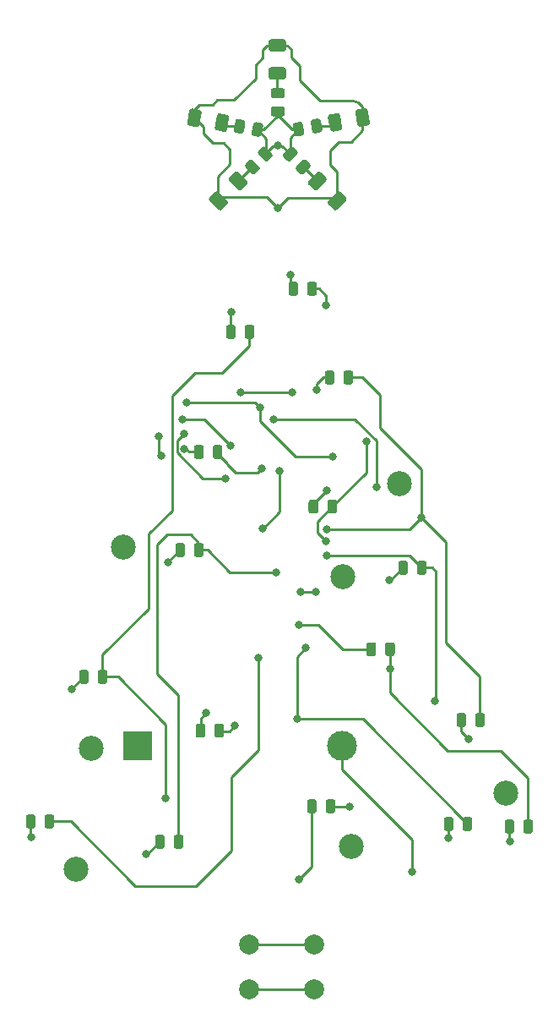
<source format=gbr>
%TF.GenerationSoftware,KiCad,Pcbnew,(5.1.10-1-10_14)*%
%TF.CreationDate,2021-11-29T00:45:18-05:00*%
%TF.ProjectId,christmas-ornament-pcb,63687269-7374-46d6-9173-2d6f726e616d,rev?*%
%TF.SameCoordinates,Original*%
%TF.FileFunction,Copper,L1,Top*%
%TF.FilePolarity,Positive*%
%FSLAX46Y46*%
G04 Gerber Fmt 4.6, Leading zero omitted, Abs format (unit mm)*
G04 Created by KiCad (PCBNEW (5.1.10-1-10_14)) date 2021-11-29 00:45:18*
%MOMM*%
%LPD*%
G01*
G04 APERTURE LIST*
%TA.AperFunction,ComponentPad*%
%ADD10R,3.000000X3.000000*%
%TD*%
%TA.AperFunction,ComponentPad*%
%ADD11C,3.000000*%
%TD*%
%TA.AperFunction,SMDPad,CuDef*%
%ADD12C,2.500000*%
%TD*%
%TA.AperFunction,ComponentPad*%
%ADD13C,2.000000*%
%TD*%
%TA.AperFunction,ViaPad*%
%ADD14C,0.800000*%
%TD*%
%TA.AperFunction,Conductor*%
%ADD15C,0.250000*%
%TD*%
G04 APERTURE END LIST*
D10*
%TO.P,BT1,1*%
%TO.N,VCC*%
X135790000Y-108500000D03*
D11*
%TO.P,BT1,2*%
%TO.N,GND*%
X156280000Y-108500000D03*
%TD*%
%TO.P,R27,2*%
%TO.N,GND*%
%TA.AperFunction,SMDPad,CuDef*%
G36*
G01*
X152327935Y-46236295D02*
X152484219Y-47122624D01*
G75*
G02*
X152281430Y-47412237I-246201J-43412D01*
G01*
X151764404Y-47503402D01*
G75*
G02*
X151474791Y-47300613I-43412J246201D01*
G01*
X151318507Y-46414284D01*
G75*
G02*
X151521296Y-46124671I246201J43412D01*
G01*
X152038322Y-46033506D01*
G75*
G02*
X152327935Y-46236295I43412J-246201D01*
G01*
G37*
%TD.AperFunction*%
%TO.P,R27,1*%
%TO.N,Net-(D21-Pad1)*%
%TA.AperFunction,SMDPad,CuDef*%
G36*
G01*
X154125209Y-45919387D02*
X154281493Y-46805716D01*
G75*
G02*
X154078704Y-47095329I-246201J-43412D01*
G01*
X153561678Y-47186494D01*
G75*
G02*
X153272065Y-46983705I-43412J246201D01*
G01*
X153115781Y-46097376D01*
G75*
G02*
X153318570Y-45807763I246201J43412D01*
G01*
X153835596Y-45716598D01*
G75*
G02*
X154125209Y-45919387I43412J-246201D01*
G01*
G37*
%TD.AperFunction*%
%TD*%
%TO.P,R26,2*%
%TO.N,GND*%
%TA.AperFunction,SMDPad,CuDef*%
G36*
G01*
X151767356Y-49300958D02*
X151130958Y-49937356D01*
G75*
G02*
X150777406Y-49937356I-176776J176776D01*
G01*
X150406174Y-49566124D01*
G75*
G02*
X150406174Y-49212572I176776J176776D01*
G01*
X151042572Y-48576174D01*
G75*
G02*
X151396124Y-48576174I176776J-176776D01*
G01*
X151767356Y-48947406D01*
G75*
G02*
X151767356Y-49300958I-176776J-176776D01*
G01*
G37*
%TD.AperFunction*%
%TO.P,R26,1*%
%TO.N,Net-(D20-Pad1)*%
%TA.AperFunction,SMDPad,CuDef*%
G36*
G01*
X153057826Y-50591428D02*
X152421428Y-51227826D01*
G75*
G02*
X152067876Y-51227826I-176776J176776D01*
G01*
X151696644Y-50856594D01*
G75*
G02*
X151696644Y-50503042I176776J176776D01*
G01*
X152333042Y-49866644D01*
G75*
G02*
X152686594Y-49866644I176776J-176776D01*
G01*
X153057826Y-50237876D01*
G75*
G02*
X153057826Y-50591428I-176776J-176776D01*
G01*
G37*
%TD.AperFunction*%
%TD*%
%TO.P,R25,2*%
%TO.N,GND*%
%TA.AperFunction,SMDPad,CuDef*%
G36*
G01*
X148523042Y-49937356D02*
X147886644Y-49300958D01*
G75*
G02*
X147886644Y-48947406I176776J176776D01*
G01*
X148257876Y-48576174D01*
G75*
G02*
X148611428Y-48576174I176776J-176776D01*
G01*
X149247826Y-49212572D01*
G75*
G02*
X149247826Y-49566124I-176776J-176776D01*
G01*
X148876594Y-49937356D01*
G75*
G02*
X148523042Y-49937356I-176776J176776D01*
G01*
G37*
%TD.AperFunction*%
%TO.P,R25,1*%
%TO.N,Net-(D19-Pad1)*%
%TA.AperFunction,SMDPad,CuDef*%
G36*
G01*
X147232572Y-51227826D02*
X146596174Y-50591428D01*
G75*
G02*
X146596174Y-50237876I176776J176776D01*
G01*
X146967406Y-49866644D01*
G75*
G02*
X147320958Y-49866644I176776J-176776D01*
G01*
X147957356Y-50503042D01*
G75*
G02*
X147957356Y-50856594I-176776J-176776D01*
G01*
X147586124Y-51227826D01*
G75*
G02*
X147232572Y-51227826I-176776J176776D01*
G01*
G37*
%TD.AperFunction*%
%TD*%
%TO.P,R24,2*%
%TO.N,GND*%
%TA.AperFunction,SMDPad,CuDef*%
G36*
G01*
X147195781Y-47142624D02*
X147352065Y-46256295D01*
G75*
G02*
X147641678Y-46053506I246201J-43412D01*
G01*
X148158704Y-46144671D01*
G75*
G02*
X148361493Y-46434284I-43412J-246201D01*
G01*
X148205209Y-47320613D01*
G75*
G02*
X147915596Y-47523402I-246201J43412D01*
G01*
X147398570Y-47432237D01*
G75*
G02*
X147195781Y-47142624I43412J246201D01*
G01*
G37*
%TD.AperFunction*%
%TO.P,R24,1*%
%TO.N,Net-(D18-Pad1)*%
%TA.AperFunction,SMDPad,CuDef*%
G36*
G01*
X145398507Y-46825716D02*
X145554791Y-45939387D01*
G75*
G02*
X145844404Y-45736598I246201J-43412D01*
G01*
X146361430Y-45827763D01*
G75*
G02*
X146564219Y-46117376I-43412J-246201D01*
G01*
X146407935Y-47003705D01*
G75*
G02*
X146118322Y-47206494I-246201J43412D01*
G01*
X145601296Y-47115329D01*
G75*
G02*
X145398507Y-46825716I43412J246201D01*
G01*
G37*
%TD.AperFunction*%
%TD*%
%TO.P,D21,2*%
%TO.N,Net-(D17-Pad2)*%
%TA.AperFunction,SMDPad,CuDef*%
G36*
G01*
X157829756Y-46316928D02*
X157612696Y-45085918D01*
G75*
G02*
X157815486Y-44796304I246202J43412D01*
G01*
X158554092Y-44666068D01*
G75*
G02*
X158843706Y-44868858I43412J-246202D01*
G01*
X159060766Y-46099868D01*
G75*
G02*
X158857976Y-46389482I-246202J-43412D01*
G01*
X158119370Y-46519718D01*
G75*
G02*
X157829756Y-46316928I-43412J246202D01*
G01*
G37*
%TD.AperFunction*%
%TO.P,D21,1*%
%TO.N,Net-(D21-Pad1)*%
%TA.AperFunction,SMDPad,CuDef*%
G36*
G01*
X155072294Y-46803142D02*
X154855234Y-45572132D01*
G75*
G02*
X155058024Y-45282518I246202J43412D01*
G01*
X155796630Y-45152282D01*
G75*
G02*
X156086244Y-45355072I43412J-246202D01*
G01*
X156303304Y-46586082D01*
G75*
G02*
X156100514Y-46875696I-246202J-43412D01*
G01*
X155361908Y-47005932D01*
G75*
G02*
X155072294Y-46803142I-43412J246202D01*
G01*
G37*
%TD.AperFunction*%
%TD*%
%TO.P,D20,2*%
%TO.N,Net-(D17-Pad2)*%
%TA.AperFunction,SMDPad,CuDef*%
G36*
G01*
X154886065Y-53939949D02*
X155769949Y-53056065D01*
G75*
G02*
X156123503Y-53056065I176777J-176777D01*
G01*
X156653833Y-53586395D01*
G75*
G02*
X156653833Y-53939949I-176777J-176777D01*
G01*
X155769949Y-54823833D01*
G75*
G02*
X155416395Y-54823833I-176777J176777D01*
G01*
X154886065Y-54293503D01*
G75*
G02*
X154886065Y-53939949I176777J176777D01*
G01*
G37*
%TD.AperFunction*%
%TO.P,D20,1*%
%TO.N,Net-(D20-Pad1)*%
%TA.AperFunction,SMDPad,CuDef*%
G36*
G01*
X152906167Y-51960051D02*
X153790051Y-51076167D01*
G75*
G02*
X154143605Y-51076167I176777J-176777D01*
G01*
X154673935Y-51606497D01*
G75*
G02*
X154673935Y-51960051I-176777J-176777D01*
G01*
X153790051Y-52843935D01*
G75*
G02*
X153436497Y-52843935I-176777J176777D01*
G01*
X152906167Y-52313605D01*
G75*
G02*
X152906167Y-51960051I176777J176777D01*
G01*
G37*
%TD.AperFunction*%
%TD*%
%TO.P,D19,2*%
%TO.N,Net-(D17-Pad2)*%
%TA.AperFunction,SMDPad,CuDef*%
G36*
G01*
X143884051Y-53056065D02*
X144767935Y-53939949D01*
G75*
G02*
X144767935Y-54293503I-176777J-176777D01*
G01*
X144237605Y-54823833D01*
G75*
G02*
X143884051Y-54823833I-176777J176777D01*
G01*
X143000167Y-53939949D01*
G75*
G02*
X143000167Y-53586395I176777J176777D01*
G01*
X143530497Y-53056065D01*
G75*
G02*
X143884051Y-53056065I176777J-176777D01*
G01*
G37*
%TD.AperFunction*%
%TO.P,D19,1*%
%TO.N,Net-(D19-Pad1)*%
%TA.AperFunction,SMDPad,CuDef*%
G36*
G01*
X145863949Y-51076167D02*
X146747833Y-51960051D01*
G75*
G02*
X146747833Y-52313605I-176777J-176777D01*
G01*
X146217503Y-52843935D01*
G75*
G02*
X145863949Y-52843935I-176777J176777D01*
G01*
X144980065Y-51960051D01*
G75*
G02*
X144980065Y-51606497I176777J176777D01*
G01*
X145510395Y-51076167D01*
G75*
G02*
X145863949Y-51076167I176777J-176777D01*
G01*
G37*
%TD.AperFunction*%
%TD*%
%TO.P,D18,2*%
%TO.N,Net-(D17-Pad2)*%
%TA.AperFunction,SMDPad,CuDef*%
G36*
G01*
X142199304Y-45115918D02*
X141982244Y-46346928D01*
G75*
G02*
X141692630Y-46549718I-246202J43412D01*
G01*
X140954024Y-46419482D01*
G75*
G02*
X140751234Y-46129868I43412J246202D01*
G01*
X140968294Y-44898858D01*
G75*
G02*
X141257908Y-44696068I246202J-43412D01*
G01*
X141996514Y-44826304D01*
G75*
G02*
X142199304Y-45115918I-43412J-246202D01*
G01*
G37*
%TD.AperFunction*%
%TO.P,D18,1*%
%TO.N,Net-(D18-Pad1)*%
%TA.AperFunction,SMDPad,CuDef*%
G36*
G01*
X144956766Y-45602132D02*
X144739706Y-46833142D01*
G75*
G02*
X144450092Y-47035932I-246202J43412D01*
G01*
X143711486Y-46905696D01*
G75*
G02*
X143508696Y-46616082I43412J246202D01*
G01*
X143725756Y-45385072D01*
G75*
G02*
X144015370Y-45182282I246202J-43412D01*
G01*
X144753976Y-45312518D01*
G75*
G02*
X144956766Y-45602132I-43412J-246202D01*
G01*
G37*
%TD.AperFunction*%
%TD*%
%TO.P,D17,2*%
%TO.N,Net-(D17-Pad2)*%
%TA.AperFunction,SMDPad,CuDef*%
G36*
G01*
X150405000Y-39001000D02*
X149155000Y-39001000D01*
G75*
G02*
X148905000Y-38751000I0J250000D01*
G01*
X148905000Y-38001000D01*
G75*
G02*
X149155000Y-37751000I250000J0D01*
G01*
X150405000Y-37751000D01*
G75*
G02*
X150655000Y-38001000I0J-250000D01*
G01*
X150655000Y-38751000D01*
G75*
G02*
X150405000Y-39001000I-250000J0D01*
G01*
G37*
%TD.AperFunction*%
%TO.P,D17,1*%
%TO.N,Net-(D17-Pad1)*%
%TA.AperFunction,SMDPad,CuDef*%
G36*
G01*
X150405000Y-41801000D02*
X149155000Y-41801000D01*
G75*
G02*
X148905000Y-41551000I0J250000D01*
G01*
X148905000Y-40801000D01*
G75*
G02*
X149155000Y-40551000I250000J0D01*
G01*
X150405000Y-40551000D01*
G75*
G02*
X150655000Y-40801000I0J-250000D01*
G01*
X150655000Y-41551000D01*
G75*
G02*
X150405000Y-41801000I-250000J0D01*
G01*
G37*
%TD.AperFunction*%
%TD*%
%TO.P,R23,2*%
%TO.N,GND*%
%TA.AperFunction,SMDPad,CuDef*%
G36*
G01*
X149379999Y-44480000D02*
X150280001Y-44480000D01*
G75*
G02*
X150530000Y-44729999I0J-249999D01*
G01*
X150530000Y-45255001D01*
G75*
G02*
X150280001Y-45505000I-249999J0D01*
G01*
X149379999Y-45505000D01*
G75*
G02*
X149130000Y-45255001I0J249999D01*
G01*
X149130000Y-44729999D01*
G75*
G02*
X149379999Y-44480000I249999J0D01*
G01*
G37*
%TD.AperFunction*%
%TO.P,R23,1*%
%TO.N,Net-(D17-Pad1)*%
%TA.AperFunction,SMDPad,CuDef*%
G36*
G01*
X149379999Y-42655000D02*
X150280001Y-42655000D01*
G75*
G02*
X150530000Y-42904999I0J-249999D01*
G01*
X150530000Y-43430001D01*
G75*
G02*
X150280001Y-43680000I-249999J0D01*
G01*
X149379999Y-43680000D01*
G75*
G02*
X149130000Y-43430001I0J249999D01*
G01*
X149130000Y-42904999D01*
G75*
G02*
X149379999Y-42655000I249999J0D01*
G01*
G37*
%TD.AperFunction*%
%TD*%
D12*
%TO.P,REF\u002A\u002A,1*%
%TO.N,N/C*%
X157226000Y-118618000D03*
%TD*%
%TO.P,REF\u002A\u002A,1*%
%TO.N,N/C*%
X129570000Y-120880000D03*
%TD*%
%TO.P,REF\u002A\u002A,1*%
%TO.N,N/C*%
X131100000Y-108730000D03*
%TD*%
%TO.P,REF\u002A\u002A,1*%
%TO.N,N/C*%
X156320000Y-91600000D03*
%TD*%
%TO.P,REF\u002A\u002A,1*%
%TO.N,N/C*%
X172720000Y-113284000D03*
%TD*%
%TO.P,REF\u002A\u002A,1*%
%TO.N,N/C*%
X162052000Y-82296000D03*
%TD*%
%TO.P,REF\u002A\u002A,1*%
%TO.N,N/C*%
X134366000Y-88646000D03*
%TD*%
%TO.P,D16,2*%
%TO.N,Net-(D13-Pad2)*%
%TA.AperFunction,SMDPad,CuDef*%
G36*
G01*
X143460000Y-107456250D02*
X143460000Y-106543750D01*
G75*
G02*
X143703750Y-106300000I243750J0D01*
G01*
X144191250Y-106300000D01*
G75*
G02*
X144435000Y-106543750I0J-243750D01*
G01*
X144435000Y-107456250D01*
G75*
G02*
X144191250Y-107700000I-243750J0D01*
G01*
X143703750Y-107700000D01*
G75*
G02*
X143460000Y-107456250I0J243750D01*
G01*
G37*
%TD.AperFunction*%
%TO.P,D16,1*%
%TO.N,Net-(D16-Pad1)*%
%TA.AperFunction,SMDPad,CuDef*%
G36*
G01*
X141585000Y-107456250D02*
X141585000Y-106543750D01*
G75*
G02*
X141828750Y-106300000I243750J0D01*
G01*
X142316250Y-106300000D01*
G75*
G02*
X142560000Y-106543750I0J-243750D01*
G01*
X142560000Y-107456250D01*
G75*
G02*
X142316250Y-107700000I-243750J0D01*
G01*
X141828750Y-107700000D01*
G75*
G02*
X141585000Y-107456250I0J243750D01*
G01*
G37*
%TD.AperFunction*%
%TD*%
%TO.P,D15,2*%
%TO.N,Net-(D13-Pad2)*%
%TA.AperFunction,SMDPad,CuDef*%
G36*
G01*
X152771500Y-63194250D02*
X152771500Y-62281750D01*
G75*
G02*
X153015250Y-62038000I243750J0D01*
G01*
X153502750Y-62038000D01*
G75*
G02*
X153746500Y-62281750I0J-243750D01*
G01*
X153746500Y-63194250D01*
G75*
G02*
X153502750Y-63438000I-243750J0D01*
G01*
X153015250Y-63438000D01*
G75*
G02*
X152771500Y-63194250I0J243750D01*
G01*
G37*
%TD.AperFunction*%
%TO.P,D15,1*%
%TO.N,Net-(D15-Pad1)*%
%TA.AperFunction,SMDPad,CuDef*%
G36*
G01*
X150896500Y-63194250D02*
X150896500Y-62281750D01*
G75*
G02*
X151140250Y-62038000I243750J0D01*
G01*
X151627750Y-62038000D01*
G75*
G02*
X151871500Y-62281750I0J-243750D01*
G01*
X151871500Y-63194250D01*
G75*
G02*
X151627750Y-63438000I-243750J0D01*
G01*
X151140250Y-63438000D01*
G75*
G02*
X150896500Y-63194250I0J243750D01*
G01*
G37*
%TD.AperFunction*%
%TD*%
%TO.P,D14,2*%
%TO.N,Net-(D13-Pad2)*%
%TA.AperFunction,SMDPad,CuDef*%
G36*
G01*
X168344000Y-116788250D02*
X168344000Y-115875750D01*
G75*
G02*
X168587750Y-115632000I243750J0D01*
G01*
X169075250Y-115632000D01*
G75*
G02*
X169319000Y-115875750I0J-243750D01*
G01*
X169319000Y-116788250D01*
G75*
G02*
X169075250Y-117032000I-243750J0D01*
G01*
X168587750Y-117032000D01*
G75*
G02*
X168344000Y-116788250I0J243750D01*
G01*
G37*
%TD.AperFunction*%
%TO.P,D14,1*%
%TO.N,Net-(D14-Pad1)*%
%TA.AperFunction,SMDPad,CuDef*%
G36*
G01*
X166469000Y-116788250D02*
X166469000Y-115875750D01*
G75*
G02*
X166712750Y-115632000I243750J0D01*
G01*
X167200250Y-115632000D01*
G75*
G02*
X167444000Y-115875750I0J-243750D01*
G01*
X167444000Y-116788250D01*
G75*
G02*
X167200250Y-117032000I-243750J0D01*
G01*
X166712750Y-117032000D01*
G75*
G02*
X166469000Y-116788250I0J243750D01*
G01*
G37*
%TD.AperFunction*%
%TD*%
%TO.P,D13,2*%
%TO.N,Net-(D13-Pad2)*%
%TA.AperFunction,SMDPad,CuDef*%
G36*
G01*
X154790000Y-85016250D02*
X154790000Y-84103750D01*
G75*
G02*
X155033750Y-83860000I243750J0D01*
G01*
X155521250Y-83860000D01*
G75*
G02*
X155765000Y-84103750I0J-243750D01*
G01*
X155765000Y-85016250D01*
G75*
G02*
X155521250Y-85260000I-243750J0D01*
G01*
X155033750Y-85260000D01*
G75*
G02*
X154790000Y-85016250I0J243750D01*
G01*
G37*
%TD.AperFunction*%
%TO.P,D13,1*%
%TO.N,Net-(D13-Pad1)*%
%TA.AperFunction,SMDPad,CuDef*%
G36*
G01*
X152915000Y-85016250D02*
X152915000Y-84103750D01*
G75*
G02*
X153158750Y-83860000I243750J0D01*
G01*
X153646250Y-83860000D01*
G75*
G02*
X153890000Y-84103750I0J-243750D01*
G01*
X153890000Y-85016250D01*
G75*
G02*
X153646250Y-85260000I-243750J0D01*
G01*
X153158750Y-85260000D01*
G75*
G02*
X152915000Y-85016250I0J243750D01*
G01*
G37*
%TD.AperFunction*%
%TD*%
%TO.P,D12,2*%
%TO.N,Net-(D10-Pad2)*%
%TA.AperFunction,SMDPad,CuDef*%
G36*
G01*
X126434000Y-116534250D02*
X126434000Y-115621750D01*
G75*
G02*
X126677750Y-115378000I243750J0D01*
G01*
X127165250Y-115378000D01*
G75*
G02*
X127409000Y-115621750I0J-243750D01*
G01*
X127409000Y-116534250D01*
G75*
G02*
X127165250Y-116778000I-243750J0D01*
G01*
X126677750Y-116778000D01*
G75*
G02*
X126434000Y-116534250I0J243750D01*
G01*
G37*
%TD.AperFunction*%
%TO.P,D12,1*%
%TO.N,Net-(D12-Pad1)*%
%TA.AperFunction,SMDPad,CuDef*%
G36*
G01*
X124559000Y-116534250D02*
X124559000Y-115621750D01*
G75*
G02*
X124802750Y-115378000I243750J0D01*
G01*
X125290250Y-115378000D01*
G75*
G02*
X125534000Y-115621750I0J-243750D01*
G01*
X125534000Y-116534250D01*
G75*
G02*
X125290250Y-116778000I-243750J0D01*
G01*
X124802750Y-116778000D01*
G75*
G02*
X124559000Y-116534250I0J243750D01*
G01*
G37*
%TD.AperFunction*%
%TD*%
%TO.P,D11,2*%
%TO.N,Net-(D10-Pad2)*%
%TA.AperFunction,SMDPad,CuDef*%
G36*
G01*
X143300000Y-79536250D02*
X143300000Y-78623750D01*
G75*
G02*
X143543750Y-78380000I243750J0D01*
G01*
X144031250Y-78380000D01*
G75*
G02*
X144275000Y-78623750I0J-243750D01*
G01*
X144275000Y-79536250D01*
G75*
G02*
X144031250Y-79780000I-243750J0D01*
G01*
X143543750Y-79780000D01*
G75*
G02*
X143300000Y-79536250I0J243750D01*
G01*
G37*
%TD.AperFunction*%
%TO.P,D11,1*%
%TO.N,Net-(D11-Pad1)*%
%TA.AperFunction,SMDPad,CuDef*%
G36*
G01*
X141425000Y-79536250D02*
X141425000Y-78623750D01*
G75*
G02*
X141668750Y-78380000I243750J0D01*
G01*
X142156250Y-78380000D01*
G75*
G02*
X142400000Y-78623750I0J-243750D01*
G01*
X142400000Y-79536250D01*
G75*
G02*
X142156250Y-79780000I-243750J0D01*
G01*
X141668750Y-79780000D01*
G75*
G02*
X141425000Y-79536250I0J243750D01*
G01*
G37*
%TD.AperFunction*%
%TD*%
%TO.P,D10,2*%
%TO.N,Net-(D10-Pad2)*%
%TA.AperFunction,SMDPad,CuDef*%
G36*
G01*
X174440000Y-117042250D02*
X174440000Y-116129750D01*
G75*
G02*
X174683750Y-115886000I243750J0D01*
G01*
X175171250Y-115886000D01*
G75*
G02*
X175415000Y-116129750I0J-243750D01*
G01*
X175415000Y-117042250D01*
G75*
G02*
X175171250Y-117286000I-243750J0D01*
G01*
X174683750Y-117286000D01*
G75*
G02*
X174440000Y-117042250I0J243750D01*
G01*
G37*
%TD.AperFunction*%
%TO.P,D10,1*%
%TO.N,Net-(D10-Pad1)*%
%TA.AperFunction,SMDPad,CuDef*%
G36*
G01*
X172565000Y-117042250D02*
X172565000Y-116129750D01*
G75*
G02*
X172808750Y-115886000I243750J0D01*
G01*
X173296250Y-115886000D01*
G75*
G02*
X173540000Y-116129750I0J-243750D01*
G01*
X173540000Y-117042250D01*
G75*
G02*
X173296250Y-117286000I-243750J0D01*
G01*
X172808750Y-117286000D01*
G75*
G02*
X172565000Y-117042250I0J243750D01*
G01*
G37*
%TD.AperFunction*%
%TD*%
%TO.P,D9,2*%
%TO.N,Net-(D10-Pad2)*%
%TA.AperFunction,SMDPad,CuDef*%
G36*
G01*
X160590000Y-99296250D02*
X160590000Y-98383750D01*
G75*
G02*
X160833750Y-98140000I243750J0D01*
G01*
X161321250Y-98140000D01*
G75*
G02*
X161565000Y-98383750I0J-243750D01*
G01*
X161565000Y-99296250D01*
G75*
G02*
X161321250Y-99540000I-243750J0D01*
G01*
X160833750Y-99540000D01*
G75*
G02*
X160590000Y-99296250I0J243750D01*
G01*
G37*
%TD.AperFunction*%
%TO.P,D9,1*%
%TO.N,Net-(D9-Pad1)*%
%TA.AperFunction,SMDPad,CuDef*%
G36*
G01*
X158715000Y-99296250D02*
X158715000Y-98383750D01*
G75*
G02*
X158958750Y-98140000I243750J0D01*
G01*
X159446250Y-98140000D01*
G75*
G02*
X159690000Y-98383750I0J-243750D01*
G01*
X159690000Y-99296250D01*
G75*
G02*
X159446250Y-99540000I-243750J0D01*
G01*
X158958750Y-99540000D01*
G75*
G02*
X158715000Y-99296250I0J243750D01*
G01*
G37*
%TD.AperFunction*%
%TD*%
%TO.P,D8,2*%
%TO.N,Net-(D5-Pad2)*%
%TA.AperFunction,SMDPad,CuDef*%
G36*
G01*
X169614000Y-106374250D02*
X169614000Y-105461750D01*
G75*
G02*
X169857750Y-105218000I243750J0D01*
G01*
X170345250Y-105218000D01*
G75*
G02*
X170589000Y-105461750I0J-243750D01*
G01*
X170589000Y-106374250D01*
G75*
G02*
X170345250Y-106618000I-243750J0D01*
G01*
X169857750Y-106618000D01*
G75*
G02*
X169614000Y-106374250I0J243750D01*
G01*
G37*
%TD.AperFunction*%
%TO.P,D8,1*%
%TO.N,Net-(D8-Pad1)*%
%TA.AperFunction,SMDPad,CuDef*%
G36*
G01*
X167739000Y-106374250D02*
X167739000Y-105461750D01*
G75*
G02*
X167982750Y-105218000I243750J0D01*
G01*
X168470250Y-105218000D01*
G75*
G02*
X168714000Y-105461750I0J-243750D01*
G01*
X168714000Y-106374250D01*
G75*
G02*
X168470250Y-106618000I-243750J0D01*
G01*
X167982750Y-106618000D01*
G75*
G02*
X167739000Y-106374250I0J243750D01*
G01*
G37*
%TD.AperFunction*%
%TD*%
%TO.P,D7,2*%
%TO.N,Net-(D5-Pad2)*%
%TA.AperFunction,SMDPad,CuDef*%
G36*
G01*
X141420000Y-89356250D02*
X141420000Y-88443750D01*
G75*
G02*
X141663750Y-88200000I243750J0D01*
G01*
X142151250Y-88200000D01*
G75*
G02*
X142395000Y-88443750I0J-243750D01*
G01*
X142395000Y-89356250D01*
G75*
G02*
X142151250Y-89600000I-243750J0D01*
G01*
X141663750Y-89600000D01*
G75*
G02*
X141420000Y-89356250I0J243750D01*
G01*
G37*
%TD.AperFunction*%
%TO.P,D7,1*%
%TO.N,Net-(D7-Pad1)*%
%TA.AperFunction,SMDPad,CuDef*%
G36*
G01*
X139545000Y-89356250D02*
X139545000Y-88443750D01*
G75*
G02*
X139788750Y-88200000I243750J0D01*
G01*
X140276250Y-88200000D01*
G75*
G02*
X140520000Y-88443750I0J-243750D01*
G01*
X140520000Y-89356250D01*
G75*
G02*
X140276250Y-89600000I-243750J0D01*
G01*
X139788750Y-89600000D01*
G75*
G02*
X139545000Y-89356250I0J243750D01*
G01*
G37*
%TD.AperFunction*%
%TD*%
%TO.P,D6,2*%
%TO.N,Net-(D5-Pad2)*%
%TA.AperFunction,SMDPad,CuDef*%
G36*
G01*
X139388000Y-118566250D02*
X139388000Y-117653750D01*
G75*
G02*
X139631750Y-117410000I243750J0D01*
G01*
X140119250Y-117410000D01*
G75*
G02*
X140363000Y-117653750I0J-243750D01*
G01*
X140363000Y-118566250D01*
G75*
G02*
X140119250Y-118810000I-243750J0D01*
G01*
X139631750Y-118810000D01*
G75*
G02*
X139388000Y-118566250I0J243750D01*
G01*
G37*
%TD.AperFunction*%
%TO.P,D6,1*%
%TO.N,Net-(D6-Pad1)*%
%TA.AperFunction,SMDPad,CuDef*%
G36*
G01*
X137513000Y-118566250D02*
X137513000Y-117653750D01*
G75*
G02*
X137756750Y-117410000I243750J0D01*
G01*
X138244250Y-117410000D01*
G75*
G02*
X138488000Y-117653750I0J-243750D01*
G01*
X138488000Y-118566250D01*
G75*
G02*
X138244250Y-118810000I-243750J0D01*
G01*
X137756750Y-118810000D01*
G75*
G02*
X137513000Y-118566250I0J243750D01*
G01*
G37*
%TD.AperFunction*%
%TD*%
%TO.P,D5,2*%
%TO.N,Net-(D5-Pad2)*%
%TA.AperFunction,SMDPad,CuDef*%
G36*
G01*
X156406000Y-72084250D02*
X156406000Y-71171750D01*
G75*
G02*
X156649750Y-70928000I243750J0D01*
G01*
X157137250Y-70928000D01*
G75*
G02*
X157381000Y-71171750I0J-243750D01*
G01*
X157381000Y-72084250D01*
G75*
G02*
X157137250Y-72328000I-243750J0D01*
G01*
X156649750Y-72328000D01*
G75*
G02*
X156406000Y-72084250I0J243750D01*
G01*
G37*
%TD.AperFunction*%
%TO.P,D5,1*%
%TO.N,Net-(D5-Pad1)*%
%TA.AperFunction,SMDPad,CuDef*%
G36*
G01*
X154531000Y-72084250D02*
X154531000Y-71171750D01*
G75*
G02*
X154774750Y-70928000I243750J0D01*
G01*
X155262250Y-70928000D01*
G75*
G02*
X155506000Y-71171750I0J-243750D01*
G01*
X155506000Y-72084250D01*
G75*
G02*
X155262250Y-72328000I-243750J0D01*
G01*
X154774750Y-72328000D01*
G75*
G02*
X154531000Y-72084250I0J243750D01*
G01*
G37*
%TD.AperFunction*%
%TD*%
%TO.P,D4,2*%
%TO.N,Net-(D1-Pad2)*%
%TA.AperFunction,SMDPad,CuDef*%
G36*
G01*
X154628000Y-115010250D02*
X154628000Y-114097750D01*
G75*
G02*
X154871750Y-113854000I243750J0D01*
G01*
X155359250Y-113854000D01*
G75*
G02*
X155603000Y-114097750I0J-243750D01*
G01*
X155603000Y-115010250D01*
G75*
G02*
X155359250Y-115254000I-243750J0D01*
G01*
X154871750Y-115254000D01*
G75*
G02*
X154628000Y-115010250I0J243750D01*
G01*
G37*
%TD.AperFunction*%
%TO.P,D4,1*%
%TO.N,Net-(D4-Pad1)*%
%TA.AperFunction,SMDPad,CuDef*%
G36*
G01*
X152753000Y-115010250D02*
X152753000Y-114097750D01*
G75*
G02*
X152996750Y-113854000I243750J0D01*
G01*
X153484250Y-113854000D01*
G75*
G02*
X153728000Y-114097750I0J-243750D01*
G01*
X153728000Y-115010250D01*
G75*
G02*
X153484250Y-115254000I-243750J0D01*
G01*
X152996750Y-115254000D01*
G75*
G02*
X152753000Y-115010250I0J243750D01*
G01*
G37*
%TD.AperFunction*%
%TD*%
%TO.P,D3,2*%
%TO.N,Net-(D1-Pad2)*%
%TA.AperFunction,SMDPad,CuDef*%
G36*
G01*
X146500000Y-67512250D02*
X146500000Y-66599750D01*
G75*
G02*
X146743750Y-66356000I243750J0D01*
G01*
X147231250Y-66356000D01*
G75*
G02*
X147475000Y-66599750I0J-243750D01*
G01*
X147475000Y-67512250D01*
G75*
G02*
X147231250Y-67756000I-243750J0D01*
G01*
X146743750Y-67756000D01*
G75*
G02*
X146500000Y-67512250I0J243750D01*
G01*
G37*
%TD.AperFunction*%
%TO.P,D3,1*%
%TO.N,Net-(D3-Pad1)*%
%TA.AperFunction,SMDPad,CuDef*%
G36*
G01*
X144625000Y-67512250D02*
X144625000Y-66599750D01*
G75*
G02*
X144868750Y-66356000I243750J0D01*
G01*
X145356250Y-66356000D01*
G75*
G02*
X145600000Y-66599750I0J-243750D01*
G01*
X145600000Y-67512250D01*
G75*
G02*
X145356250Y-67756000I-243750J0D01*
G01*
X144868750Y-67756000D01*
G75*
G02*
X144625000Y-67512250I0J243750D01*
G01*
G37*
%TD.AperFunction*%
%TD*%
%TO.P,D2,2*%
%TO.N,Net-(D1-Pad2)*%
%TA.AperFunction,SMDPad,CuDef*%
G36*
G01*
X131768000Y-102056250D02*
X131768000Y-101143750D01*
G75*
G02*
X132011750Y-100900000I243750J0D01*
G01*
X132499250Y-100900000D01*
G75*
G02*
X132743000Y-101143750I0J-243750D01*
G01*
X132743000Y-102056250D01*
G75*
G02*
X132499250Y-102300000I-243750J0D01*
G01*
X132011750Y-102300000D01*
G75*
G02*
X131768000Y-102056250I0J243750D01*
G01*
G37*
%TD.AperFunction*%
%TO.P,D2,1*%
%TO.N,Net-(D2-Pad1)*%
%TA.AperFunction,SMDPad,CuDef*%
G36*
G01*
X129893000Y-102056250D02*
X129893000Y-101143750D01*
G75*
G02*
X130136750Y-100900000I243750J0D01*
G01*
X130624250Y-100900000D01*
G75*
G02*
X130868000Y-101143750I0J-243750D01*
G01*
X130868000Y-102056250D01*
G75*
G02*
X130624250Y-102300000I-243750J0D01*
G01*
X130136750Y-102300000D01*
G75*
G02*
X129893000Y-102056250I0J243750D01*
G01*
G37*
%TD.AperFunction*%
%TD*%
%TO.P,D1,2*%
%TO.N,Net-(D1-Pad2)*%
%TA.AperFunction,SMDPad,CuDef*%
G36*
G01*
X163772000Y-91134250D02*
X163772000Y-90221750D01*
G75*
G02*
X164015750Y-89978000I243750J0D01*
G01*
X164503250Y-89978000D01*
G75*
G02*
X164747000Y-90221750I0J-243750D01*
G01*
X164747000Y-91134250D01*
G75*
G02*
X164503250Y-91378000I-243750J0D01*
G01*
X164015750Y-91378000D01*
G75*
G02*
X163772000Y-91134250I0J243750D01*
G01*
G37*
%TD.AperFunction*%
%TO.P,D1,1*%
%TO.N,Net-(D1-Pad1)*%
%TA.AperFunction,SMDPad,CuDef*%
G36*
G01*
X161897000Y-91134250D02*
X161897000Y-90221750D01*
G75*
G02*
X162140750Y-89978000I243750J0D01*
G01*
X162628250Y-89978000D01*
G75*
G02*
X162872000Y-90221750I0J-243750D01*
G01*
X162872000Y-91134250D01*
G75*
G02*
X162628250Y-91378000I-243750J0D01*
G01*
X162140750Y-91378000D01*
G75*
G02*
X161897000Y-91134250I0J243750D01*
G01*
G37*
%TD.AperFunction*%
%TD*%
D13*
%TO.P,SW1,1*%
%TO.N,GND*%
X153430000Y-132920000D03*
%TO.P,SW1,2*%
%TO.N,Net-(R3-Pad2)*%
X153430000Y-128420000D03*
%TO.P,SW1,1*%
%TO.N,GND*%
X146930000Y-132920000D03*
%TO.P,SW1,2*%
%TO.N,Net-(R3-Pad2)*%
X146930000Y-128420000D03*
%TD*%
D14*
%TO.N,VCC*%
X140658000Y-74168000D03*
X140410000Y-77260000D03*
X148040000Y-74650000D03*
X144595000Y-81735000D03*
X155310000Y-79550000D03*
%TO.N,GND*%
X149830000Y-48400000D03*
X153600000Y-93130000D03*
X152130000Y-93130000D03*
X138160000Y-79500000D03*
X140240000Y-75850000D03*
X137930000Y-77480000D03*
X145079086Y-78483493D03*
X163320000Y-121090000D03*
%TO.N,Net-(C1-Pad1)*%
X151250000Y-73120000D03*
X146087150Y-73126476D03*
%TO.N,Net-(Q1-Pad3)*%
X150040000Y-81020000D03*
X148300000Y-86750000D03*
%TO.N,Net-(D1-Pad2)*%
X154760000Y-89460000D03*
X138590000Y-113720000D03*
X157030000Y-114590000D03*
X165540000Y-103980000D03*
%TO.N,Net-(D1-Pad1)*%
X161040000Y-91950000D03*
%TO.N,Net-(D2-Pad1)*%
X129180500Y-102800000D03*
%TO.N,Net-(D3-Pad1)*%
X145137500Y-65062500D03*
%TO.N,Net-(D4-Pad1)*%
X151940000Y-121910000D03*
%TO.N,Net-(D5-Pad2)*%
X149670000Y-91110000D03*
X164210000Y-85640000D03*
X154739976Y-86810000D03*
%TO.N,Net-(D5-Pad1)*%
X153760000Y-72870000D03*
%TO.N,Net-(D6-Pad1)*%
X136610000Y-119360000D03*
%TO.N,Net-(D7-Pad1)*%
X138790000Y-90142500D03*
%TO.N,Net-(D8-Pad1)*%
X169000000Y-107810000D03*
%TO.N,Net-(D10-Pad2)*%
X147870000Y-99670000D03*
X161077500Y-100802500D03*
X148220000Y-80770000D03*
%TO.N,Net-(D9-Pad1)*%
X151980000Y-96400000D03*
%TO.N,Net-(D10-Pad1)*%
X173077500Y-118082500D03*
%TO.N,Net-(D11-Pad1)*%
X140450000Y-78800000D03*
%TO.N,Net-(D12-Pad1)*%
X125071500Y-117661500D03*
%TO.N,Net-(D13-Pad2)*%
X145520000Y-106490000D03*
X151735010Y-105840000D03*
X152640000Y-98710000D03*
X154650000Y-88050000D03*
X154670000Y-64430000D03*
X158705010Y-77996759D03*
%TO.N,Net-(D13-Pad1)*%
X154780000Y-82950000D03*
%TO.N,Net-(D14-Pad1)*%
X166956500Y-117693500D03*
%TO.N,Net-(D15-Pad1)*%
X151100000Y-61320000D03*
%TO.N,Net-(D16-Pad1)*%
X142640000Y-105230000D03*
%TO.N,Net-(D17-Pad2)*%
X149810000Y-54660000D03*
X149405000Y-75825000D03*
X159696889Y-82640971D03*
%TD*%
D15*
%TO.N,VCC*%
X140658000Y-74168000D02*
X147558000Y-74168000D01*
X147558000Y-74168000D02*
X148040000Y-74650000D01*
X142311996Y-81735000D02*
X139724998Y-79148002D01*
X139724998Y-79148002D02*
X139724998Y-77945002D01*
X139724998Y-77945002D02*
X140410000Y-77260000D01*
X144595000Y-81735000D02*
X142311996Y-81735000D01*
X148040000Y-74650000D02*
X148040000Y-75995685D01*
X148040000Y-75995685D02*
X151594315Y-79550000D01*
X151594315Y-79550000D02*
X155310000Y-79550000D01*
%TO.N,GND*%
X148670000Y-49154000D02*
X148567235Y-49256765D01*
X148670000Y-47679817D02*
X148670000Y-49154000D01*
X147778637Y-46788454D02*
X148670000Y-47679817D01*
X151288454Y-46768454D02*
X151901363Y-46768454D01*
X149830000Y-45310000D02*
X151288454Y-46768454D01*
X149830000Y-44992500D02*
X149830000Y-45310000D01*
X148431546Y-46788454D02*
X147778637Y-46788454D01*
X149830000Y-45390000D02*
X148431546Y-46788454D01*
X149830000Y-44992500D02*
X149830000Y-45390000D01*
X151060000Y-49230000D02*
X151086765Y-49256765D01*
X151060000Y-47609817D02*
X151060000Y-49230000D01*
X151901363Y-46768454D02*
X151060000Y-47609817D01*
X149364000Y-48460000D02*
X148567235Y-49256765D01*
X150290000Y-48460000D02*
X149770000Y-48460000D01*
X149770000Y-48460000D02*
X149830000Y-48400000D01*
X151086765Y-49256765D02*
X150290000Y-48460000D01*
X149830000Y-48400000D02*
X149364000Y-48460000D01*
X146930000Y-132920000D02*
X153430000Y-132920000D01*
X153600000Y-93130000D02*
X152130000Y-93130000D01*
X137930000Y-79270000D02*
X138160000Y-79500000D01*
X137930000Y-77480000D02*
X137930000Y-79270000D01*
X142445593Y-75850000D02*
X145079086Y-78483493D01*
X140240000Y-75850000D02*
X142445593Y-75850000D01*
X156280000Y-108500000D02*
X156280000Y-110860000D01*
X156280000Y-110860000D02*
X163320000Y-117900000D01*
X163320000Y-117900000D02*
X163320000Y-121090000D01*
%TO.N,Net-(C1-Pad1)*%
X146093626Y-73120000D02*
X146087150Y-73126476D01*
X151250000Y-73120000D02*
X146093626Y-73120000D01*
%TO.N,Net-(Q1-Pad3)*%
X150040000Y-81020000D02*
X150040000Y-85050000D01*
X150040000Y-85050000D02*
X148270000Y-86820000D01*
X148270000Y-86780000D02*
X148300000Y-86750000D01*
X148270000Y-86820000D02*
X148270000Y-86780000D01*
%TO.N,Net-(R3-Pad2)*%
X146930000Y-128420000D02*
X153430000Y-128420000D01*
%TO.N,Net-(D1-Pad2)*%
X164259500Y-90678000D02*
X163041500Y-89460000D01*
X163041500Y-89460000D02*
X154760000Y-89460000D01*
X132255500Y-101600000D02*
X133810000Y-101600000D01*
X133810000Y-101600000D02*
X138590000Y-106380000D01*
X138590000Y-106380000D02*
X138590000Y-113720000D01*
X155151500Y-114590000D02*
X155115500Y-114554000D01*
X157030000Y-114590000D02*
X155151500Y-114590000D01*
X164259500Y-90678000D02*
X165288000Y-90678000D01*
X165288000Y-90678000D02*
X165700000Y-91090000D01*
X165700000Y-91090000D02*
X165700000Y-103870000D01*
X165590000Y-103980000D02*
X165540000Y-103980000D01*
X165700000Y-103870000D02*
X165590000Y-103980000D01*
X146987500Y-67056000D02*
X146987500Y-68422500D01*
X146987500Y-68422500D02*
X144200000Y-71210000D01*
X144200000Y-71210000D02*
X141510000Y-71210000D01*
X141510000Y-71210000D02*
X139240000Y-73480000D01*
X139240000Y-73480000D02*
X139240000Y-84950000D01*
X139240000Y-84950000D02*
X136910000Y-87280000D01*
X136910000Y-87280000D02*
X136910000Y-94750000D01*
X132255500Y-99404500D02*
X132255500Y-101600000D01*
X136910000Y-94750000D02*
X132255500Y-99404500D01*
%TO.N,Net-(D1-Pad1)*%
X162384500Y-90678000D02*
X161172500Y-91890000D01*
X161100000Y-91890000D02*
X161040000Y-91950000D01*
X161172500Y-91890000D02*
X161100000Y-91890000D01*
%TO.N,Net-(D2-Pad1)*%
X130380500Y-101600000D02*
X129180500Y-102800000D01*
%TO.N,Net-(D3-Pad1)*%
X145112500Y-65087500D02*
X145137500Y-65062500D01*
X145112500Y-67056000D02*
X145112500Y-65087500D01*
%TO.N,Net-(D4-Pad1)*%
X153240500Y-114554000D02*
X153240500Y-120609500D01*
X153240500Y-120609500D02*
X151940000Y-121910000D01*
%TO.N,Net-(D5-Pad2)*%
X156893500Y-71628000D02*
X158268000Y-71628000D01*
X158268000Y-71628000D02*
X160050000Y-73410000D01*
X160050000Y-73410000D02*
X160050000Y-76670000D01*
X160050000Y-76670000D02*
X164210000Y-80830000D01*
X164210000Y-80830000D02*
X164210000Y-85640000D01*
X164210000Y-85640000D02*
X166710000Y-88140000D01*
X166710000Y-88140000D02*
X166710000Y-98210000D01*
X170101500Y-101601500D02*
X170101500Y-105918000D01*
X166710000Y-98210000D02*
X170101500Y-101601500D01*
X139875500Y-118110000D02*
X139875500Y-103465500D01*
X139875500Y-103465500D02*
X137740000Y-101330000D01*
X137740000Y-101330000D02*
X137740000Y-88320000D01*
X137740000Y-88320000D02*
X138710000Y-87350000D01*
X138710000Y-87350000D02*
X141070000Y-87350000D01*
X141907500Y-88187500D02*
X141907500Y-88900000D01*
X141070000Y-87350000D02*
X141907500Y-88187500D01*
X142770000Y-88900000D02*
X141907500Y-88900000D01*
X144980000Y-91110000D02*
X142770000Y-88900000D01*
X149670000Y-91110000D02*
X144980000Y-91110000D01*
X164210000Y-85640000D02*
X163040000Y-86810000D01*
X163040000Y-86810000D02*
X154739976Y-86810000D01*
%TO.N,Net-(D5-Pad1)*%
X153760000Y-72870000D02*
X153760000Y-72240000D01*
X154372000Y-71628000D02*
X155018500Y-71628000D01*
X153760000Y-72240000D02*
X154372000Y-71628000D01*
%TO.N,Net-(D6-Pad1)*%
X136750500Y-119360000D02*
X138000500Y-118110000D01*
X136610000Y-119360000D02*
X136750500Y-119360000D01*
%TO.N,Net-(D7-Pad1)*%
X140032500Y-88900000D02*
X138790000Y-90142500D01*
%TO.N,Net-(D8-Pad1)*%
X168226500Y-105918000D02*
X168226500Y-107036500D01*
X168226500Y-107036500D02*
X169000000Y-107810000D01*
%TO.N,Net-(D10-Pad2)*%
X174927500Y-116586000D02*
X174927500Y-111747500D01*
X174927500Y-111747500D02*
X172160000Y-108980000D01*
X172160000Y-108980000D02*
X166860000Y-108980000D01*
X166860000Y-108980000D02*
X161077500Y-103197500D01*
X126921500Y-116078000D02*
X129088000Y-116078000D01*
X129088000Y-116078000D02*
X135550000Y-122540000D01*
X135550000Y-122540000D02*
X141640000Y-122540000D01*
X141640000Y-122540000D02*
X145180000Y-119000000D01*
X145180000Y-119000000D02*
X145180000Y-111600000D01*
X145180000Y-111600000D02*
X147870000Y-108910000D01*
X147870000Y-108910000D02*
X147870000Y-99670000D01*
X161077500Y-100802500D02*
X161077500Y-98840000D01*
X161077500Y-103197500D02*
X161077500Y-100802500D01*
X143787500Y-79080000D02*
X143787500Y-79327500D01*
X144723973Y-80263973D02*
X144723973Y-80279332D01*
X143787500Y-79327500D02*
X144723973Y-80263973D01*
X148220000Y-80770000D02*
X147820001Y-81169999D01*
X145614640Y-81169999D02*
X144723973Y-80279332D01*
X147820001Y-81169999D02*
X145614640Y-81169999D01*
%TO.N,Net-(D9-Pad1)*%
X159202500Y-98840000D02*
X156380000Y-98840000D01*
X156380000Y-98840000D02*
X153920000Y-96380000D01*
X152000000Y-96380000D02*
X151980000Y-96400000D01*
X153920000Y-96380000D02*
X152000000Y-96380000D01*
%TO.N,Net-(D10-Pad1)*%
X173052500Y-118057500D02*
X173077500Y-118082500D01*
X173052500Y-116586000D02*
X173052500Y-118057500D01*
%TO.N,Net-(D11-Pad1)*%
X141912500Y-79080000D02*
X140920000Y-79080000D01*
X140920000Y-79080000D02*
X140640000Y-78800000D01*
X140640000Y-78800000D02*
X140450000Y-78800000D01*
%TO.N,Net-(D12-Pad1)*%
X125046500Y-117636500D02*
X125071500Y-117661500D01*
X125046500Y-116078000D02*
X125046500Y-117636500D01*
%TO.N,Net-(D13-Pad2)*%
X145520000Y-106490000D02*
X144970000Y-107040000D01*
X143987500Y-107040000D02*
X143947500Y-107000000D01*
X144970000Y-107040000D02*
X143987500Y-107040000D01*
X168831500Y-116332000D02*
X158339500Y-105840000D01*
X158339500Y-105840000D02*
X151735010Y-105840000D01*
X151735010Y-99614990D02*
X151735010Y-105840000D01*
X152640000Y-98710000D02*
X151735010Y-99614990D01*
X155277500Y-84560000D02*
X153780000Y-86057500D01*
X153780000Y-86057500D02*
X153780000Y-87200000D01*
X154630000Y-88050000D02*
X154650000Y-88050000D01*
X153780000Y-87200000D02*
X154630000Y-88050000D01*
X154670000Y-64430000D02*
X154670000Y-63470000D01*
X153938000Y-62738000D02*
X153259000Y-62738000D01*
X154670000Y-63470000D02*
X153938000Y-62738000D01*
X155277500Y-84560000D02*
X158705010Y-81132490D01*
X158705010Y-81132490D02*
X158705010Y-77996759D01*
%TO.N,Net-(D13-Pad1)*%
X153402500Y-84327500D02*
X153402500Y-84560000D01*
X154780000Y-82950000D02*
X153402500Y-84327500D01*
%TO.N,Net-(D14-Pad1)*%
X166956500Y-116332000D02*
X166956500Y-117693500D01*
%TO.N,Net-(D15-Pad1)*%
X151100000Y-62454000D02*
X151384000Y-62738000D01*
X151100000Y-61320000D02*
X151100000Y-62454000D01*
%TO.N,Net-(D16-Pad1)*%
X142640000Y-105230000D02*
X142100000Y-105770000D01*
X142100000Y-106972500D02*
X142072500Y-107000000D01*
X142100000Y-105770000D02*
X142100000Y-106972500D01*
%TO.N,Net-(D17-Pad2)*%
X149810000Y-54660000D02*
X148730000Y-53580000D01*
X144244000Y-53580000D02*
X143884051Y-53939949D01*
X148730000Y-53580000D02*
X144244000Y-53580000D01*
X141475269Y-45622893D02*
X142360000Y-46507624D01*
X142360000Y-46507624D02*
X142360000Y-47210000D01*
X142360000Y-47210000D02*
X143300000Y-48150000D01*
X143300000Y-48150000D02*
X144410000Y-48150000D01*
X144410000Y-48150000D02*
X145040000Y-48780000D01*
X145040000Y-48780000D02*
X145040000Y-50230000D01*
X145040000Y-50230000D02*
X143780000Y-51490000D01*
X143780000Y-53835898D02*
X143884051Y-53939949D01*
X143780000Y-51490000D02*
X143780000Y-53835898D01*
X155769949Y-53939949D02*
X155490000Y-53660000D01*
X150810000Y-53660000D02*
X149810000Y-54660000D01*
X155490000Y-53660000D02*
X150810000Y-53660000D01*
X155769949Y-53939949D02*
X155769949Y-51600051D01*
X155769949Y-51600051D02*
X155770000Y-51600000D01*
X155770000Y-51600000D02*
X155770000Y-51020000D01*
X155770000Y-51020000D02*
X155090000Y-50340000D01*
X155090000Y-50340000D02*
X155090000Y-48910000D01*
X155090000Y-48910000D02*
X155930000Y-48070000D01*
X155930000Y-48070000D02*
X157170000Y-48070000D01*
X158336731Y-46903269D02*
X158336731Y-45592893D01*
X157170000Y-48070000D02*
X158336731Y-46903269D01*
X141475269Y-45622893D02*
X141475269Y-45304731D01*
X150786000Y-38376000D02*
X149780000Y-38376000D01*
X154080000Y-43940000D02*
X152520000Y-42380000D01*
X151190000Y-38780000D02*
X150786000Y-38376000D01*
X151190000Y-39600000D02*
X151190000Y-38780000D01*
X152010000Y-41860000D02*
X152010000Y-40420000D01*
X152520000Y-42370000D02*
X152010000Y-41860000D01*
X152010000Y-40420000D02*
X151190000Y-39600000D01*
X152520000Y-42380000D02*
X152520000Y-42370000D01*
X157863622Y-44053622D02*
X157373774Y-43940000D01*
X158336731Y-45592893D02*
X158336731Y-44526731D01*
X158336731Y-44526731D02*
X157863622Y-44053622D01*
X157373774Y-43940000D02*
X154080000Y-43940000D01*
X149780000Y-38376000D02*
X148754000Y-38376000D01*
X148754000Y-38376000D02*
X148290000Y-38840000D01*
X148290000Y-38840000D02*
X148290000Y-39630000D01*
X148290000Y-39630000D02*
X147600000Y-40320000D01*
X147600000Y-41679116D02*
X145419116Y-43860000D01*
X147600000Y-40320000D02*
X147600000Y-41679116D01*
X145419116Y-43860000D02*
X143770000Y-43860000D01*
X143770000Y-43860000D02*
X143290000Y-44340000D01*
X143290000Y-44340000D02*
X141960000Y-44340000D01*
X141475269Y-44824731D02*
X141475269Y-45622893D01*
X141960000Y-44340000D02*
X141475269Y-44824731D01*
X149405000Y-75825000D02*
X157576253Y-75825000D01*
X157576253Y-75825000D02*
X159696889Y-77945636D01*
X159696889Y-77945636D02*
X159696889Y-82640971D01*
%TO.N,Net-(D17-Pad1)*%
X149780000Y-43117500D02*
X149830000Y-43167500D01*
X149780000Y-41176000D02*
X149780000Y-43117500D01*
%TO.N,Net-(D18-Pad1)*%
X144595170Y-46471546D02*
X144232731Y-46109107D01*
X145981363Y-46471546D02*
X144595170Y-46471546D01*
%TO.N,Net-(D19-Pad1)*%
X147276765Y-50547235D02*
X145863949Y-51960051D01*
%TO.N,Net-(D20-Pad1)*%
X152377235Y-50547235D02*
X153790051Y-51960051D01*
%TO.N,Net-(D21-Pad1)*%
X155206830Y-46451546D02*
X155579269Y-46079107D01*
X153698637Y-46451546D02*
X155206830Y-46451546D01*
%TD*%
M02*

</source>
